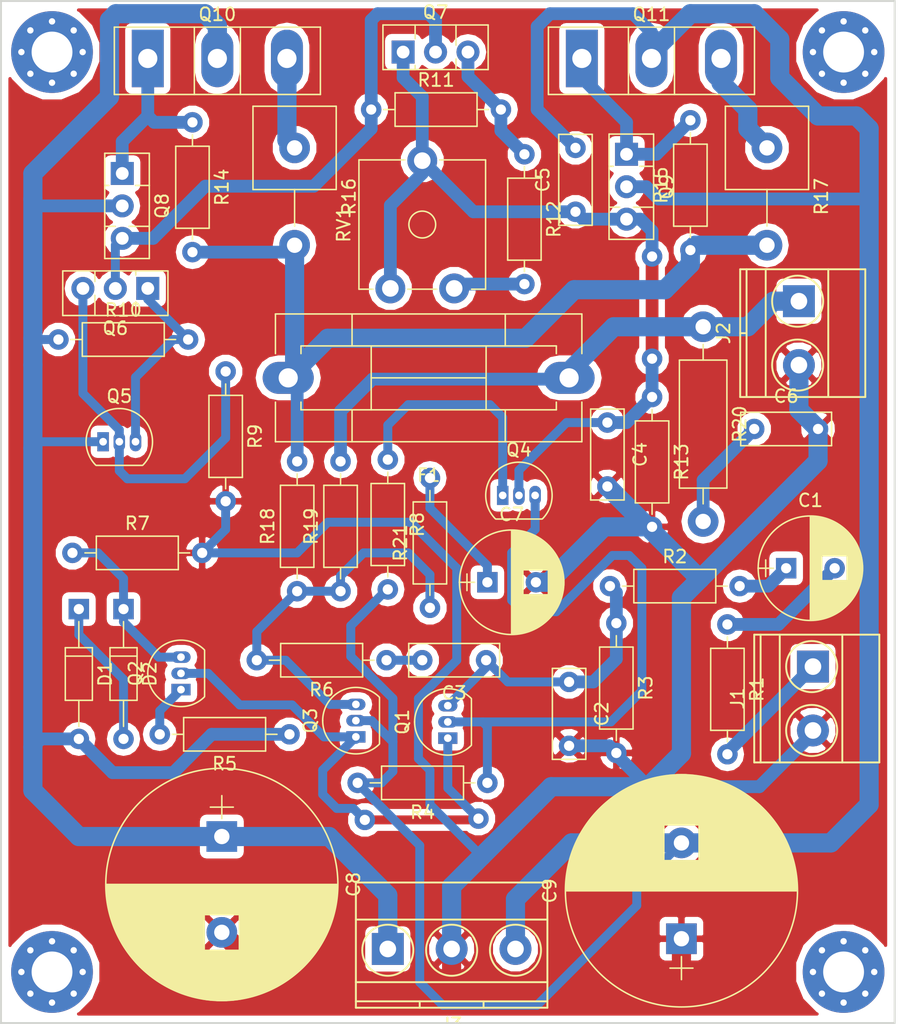
<source format=kicad_pcb>
(kicad_pcb (version 4) (host pcbnew 4.0.7)
  (layers (0 F.Cu signal) (31 B.Cu signal) (34 B.Paste user) (35 F.Paste user) (36 B.SilkS user) (37 F.SilkS user hide) (38 B.Mask user) (39 F.Mask user) (44 Edge.Cuts user))
  (net 0 "")
  (net 1 "Net-(C1-Pad1)")
  (net 2 "Net-(C1-Pad2)")
  (net 3 "Net-(C2-Pad1)")
  (net 4 GND)
  (net 5 "Net-(C3-Pad2)")
  (net 6 "Net-(C4-Pad1)")
  (net 7 "Net-(C5-Pad2)")
  (net 8 "Net-(C6-Pad1)")
  (net 9 "Net-(C7-Pad1)")
  (net 10 "Net-(C8-Pad1)")
  (net 11 "Net-(F1-Pad2)")
  (net 12 "Net-(F1-Pad1)")
  (net 13 "Net-(Q1-Pad2)")
  (net 14 "Net-(Q1-Pad1)")
  (net 15 "Net-(D2-Pad1)")
  (net 16 "Net-(Q2-Pad1)")
  (net 17 "Net-(Q3-Pad3)")
  (net 18 "Net-(Q4-Pad1)")
  (net 19 "Net-(Q5-Pad2)")
  (net 20 "Net-(Q5-Pad3)")
  (net 21 "Net-(Q6-Pad2)")
  (net 22 "Net-(Q7-Pad3)")
  (net 23 "Net-(Q10-Pad1)")
  (net 24 "Net-(Q11-Pad1)")
  (net 25 "Net-(R12-Pad2)")
  (net 26 "Net-(Q10-Pad3)")
  (net 27 "Net-(Q11-Pad3)")
  (net 28 "Net-(D1-Pad1)")
  (net 29 "Net-(J1-Pad1)")
  (module Resistors_THT:R_Axial_DIN0207_L6.3mm_D2.5mm_P10.16mm_Horizontal (layer F.Cu) (at 114.5 76.5)
    (fp_text reference R10 (at 5.08 -2.31) (layer F.SilkS))
    (fp_text value 100)
    (pad 1 thru_hole circle (at 0 0) (size 1.6 1.6) (drill 0.8) (layers *.Cu *.Mask) (net 10 "Net-(C8-Pad1)"))
    (pad 2 thru_hole oval (at 10.16 0) (size 1.6 1.6) (drill 0.8) (layers *.Cu *.Mask) (net 20 "Net-(Q5-Pad3)"))
  )
  (module Mounting_Holes:MountingHole_3.2mm_M3_Pad_Via (layer F.Cu) (at 176 54)
    (fp_text reference REF** hide)
    (fp_text value MountingHole_3.2mm_M3_Pad_Via hide)
    (pad 1 thru_hole circle (at 0 0) (size 6.4 6.4) (drill 3.2) (layers *.Cu *.Mask))
    (pad "" thru_hole circle (at 2.4 0) (size 0.8 0.8) (drill 0.5) (layers *.Cu *.Mask))
    (pad "" thru_hole circle (at 1.697056 1.697056) (size 0.8 0.8) (drill 0.5) (layers *.Cu *.Mask))
    (pad "" thru_hole circle (at 0 2.4) (size 0.8 0.8) (drill 0.5) (layers *.Cu *.Mask))
    (pad "" thru_hole circle (at -1.697056 1.697056) (size 0.8 0.8) (drill 0.5) (layers *.Cu *.Mask))
    (pad "" thru_hole circle (at -2.4 0) (size 0.8 0.8) (drill 0.5) (layers *.Cu *.Mask))
    (pad "" thru_hole circle (at -1.697056 -1.697056) (size 0.8 0.8) (drill 0.5) (layers *.Cu *.Mask))
    (pad "" thru_hole circle (at 0 -2.4) (size 0.8 0.8) (drill 0.5) (layers *.Cu *.Mask))
    (pad "" thru_hole circle (at 1.697056 -1.697056) (size 0.8 0.8) (drill 0.5) (layers *.Cu *.Mask))
  )
  (module Mounting_Holes:MountingHole_3.2mm_M3_Pad_Via (layer F.Cu) (at 176 126)
    (fp_text reference REF** hide)
    (fp_text value MountingHole_3.2mm_M3_Pad_Via hide)
    (pad 1 thru_hole circle (at 0 0) (size 6.4 6.4) (drill 3.2) (layers *.Cu *.Mask))
    (pad "" thru_hole circle (at 2.4 0) (size 0.8 0.8) (drill 0.5) (layers *.Cu *.Mask))
    (pad "" thru_hole circle (at 1.697056 1.697056) (size 0.8 0.8) (drill 0.5) (layers *.Cu *.Mask))
    (pad "" thru_hole circle (at 0 2.4) (size 0.8 0.8) (drill 0.5) (layers *.Cu *.Mask))
    (pad "" thru_hole circle (at -1.697056 1.697056) (size 0.8 0.8) (drill 0.5) (layers *.Cu *.Mask))
    (pad "" thru_hole circle (at -2.4 0) (size 0.8 0.8) (drill 0.5) (layers *.Cu *.Mask))
    (pad "" thru_hole circle (at -1.697056 -1.697056) (size 0.8 0.8) (drill 0.5) (layers *.Cu *.Mask))
    (pad "" thru_hole circle (at 0 -2.4) (size 0.8 0.8) (drill 0.5) (layers *.Cu *.Mask))
    (pad "" thru_hole circle (at 1.697056 -1.697056) (size 0.8 0.8) (drill 0.5) (layers *.Cu *.Mask))
  )
  (module Mounting_Holes:MountingHole_3.2mm_M3_Pad_Via (layer F.Cu) (at 114 126)
    (fp_text reference REF** hide)
    (fp_text value MountingHole_3.2mm_M3_Pad_Via hide)
    (pad 1 thru_hole circle (at 0 0) (size 6.4 6.4) (drill 3.2) (layers *.Cu *.Mask))
    (pad "" thru_hole circle (at 2.4 0) (size 0.8 0.8) (drill 0.5) (layers *.Cu *.Mask))
    (pad "" thru_hole circle (at 1.697056 1.697056) (size 0.8 0.8) (drill 0.5) (layers *.Cu *.Mask))
    (pad "" thru_hole circle (at 0 2.4) (size 0.8 0.8) (drill 0.5) (layers *.Cu *.Mask))
    (pad "" thru_hole circle (at -1.697056 1.697056) (size 0.8 0.8) (drill 0.5) (layers *.Cu *.Mask))
    (pad "" thru_hole circle (at -2.4 0) (size 0.8 0.8) (drill 0.5) (layers *.Cu *.Mask))
    (pad "" thru_hole circle (at -1.697056 -1.697056) (size 0.8 0.8) (drill 0.5) (layers *.Cu *.Mask))
    (pad "" thru_hole circle (at 0 -2.4) (size 0.8 0.8) (drill 0.5) (layers *.Cu *.Mask))
    (pad "" thru_hole circle (at 1.697056 -1.697056) (size 0.8 0.8) (drill 0.5) (layers *.Cu *.Mask))
  )
  (module Mounting_Holes:MountingHole_3.2mm_M3_Pad_Via (layer F.Cu) (at 114 54)
    (fp_text reference REF** hide)
    (fp_text value MountingHole_3.2mm_M3_Pad_Via hide)
    (pad 1 thru_hole circle (at 0 0) (size 6.4 6.4) (drill 3.2) (layers *.Cu *.Mask))
    (pad "" thru_hole circle (at 2.4 0) (size 0.8 0.8) (drill 0.5) (layers *.Cu *.Mask))
    (pad "" thru_hole circle (at 1.697056 1.697056) (size 0.8 0.8) (drill 0.5) (layers *.Cu *.Mask))
    (pad "" thru_hole circle (at 0 2.4) (size 0.8 0.8) (drill 0.5) (layers *.Cu *.Mask))
    (pad "" thru_hole circle (at -1.697056 1.697056) (size 0.8 0.8) (drill 0.5) (layers *.Cu *.Mask))
    (pad "" thru_hole circle (at -2.4 0) (size 0.8 0.8) (drill 0.5) (layers *.Cu *.Mask))
    (pad "" thru_hole circle (at -1.697056 -1.697056) (size 0.8 0.8) (drill 0.5) (layers *.Cu *.Mask))
    (pad "" thru_hole circle (at 0 -2.4) (size 0.8 0.8) (drill 0.5) (layers *.Cu *.Mask))
    (pad "" thru_hole circle (at 1.697056 -1.697056) (size 0.8 0.8) (drill 0.5) (layers *.Cu *.Mask))
  )
  (module Capacitors_THT:CP_Radial_D8.0mm_P3.80mm (layer F.Cu) (at 171.5 94.4)
    (fp_text reference C1 (at 1.9 -5.31) (layer F.SilkS))
    (fp_text value 10u_50V)
    (pad 1 thru_hole rect (at 0 0) (size 1.6 1.6) (drill 0.8) (layers *.Cu *.Mask) (net 1 "Net-(C1-Pad1)"))
    (pad 2 thru_hole circle (at 3.8 0) (size 1.6 1.6) (drill 0.8) (layers *.Cu *.Mask) (net 2 "Net-(C1-Pad2)"))
  )
  (module Capacitors_THT:C_Rect_L7.0mm_W2.5mm_P5.00mm (layer F.Cu) (at 154.5 103.3 270)
    (fp_text reference C2 (at 2.5 -2.56 270) (layer F.SilkS))
    (fp_text value 100p)
    (pad 1 thru_hole circle (at 0 0 270) (size 1.6 1.6) (drill 0.8) (layers *.Cu *.Mask) (net 3 "Net-(C2-Pad1)"))
    (pad 2 thru_hole circle (at 5 0 270) (size 1.6 1.6) (drill 0.8) (layers *.Cu *.Mask) (net 4 GND))
  )
  (module Capacitors_THT:C_Rect_L7.0mm_W2.5mm_P5.00mm (layer F.Cu) (at 148 101.6 180)
    (fp_text reference C3 (at 2.5 -2.56 180) (layer F.SilkS))
    (fp_text value 220p)
    (pad 1 thru_hole circle (at 0 0 180) (size 1.6 1.6) (drill 0.8) (layers *.Cu *.Mask) (net 3 "Net-(C2-Pad1)"))
    (pad 2 thru_hole circle (at 5 0 180) (size 1.6 1.6) (drill 0.8) (layers *.Cu *.Mask) (net 5 "Net-(C3-Pad2)"))
  )
  (module Capacitors_THT:C_Rect_L7.0mm_W2.5mm_P5.00mm (layer F.Cu) (at 157.5 83 270)
    (fp_text reference C4 (at 2.5 -2.56 270) (layer F.SilkS))
    (fp_text value 330p)
    (pad 1 thru_hole circle (at 0 0 270) (size 1.6 1.6) (drill 0.8) (layers *.Cu *.Mask) (net 6 "Net-(C4-Pad1)"))
    (pad 2 thru_hole circle (at 5 0 270) (size 1.6 1.6) (drill 0.8) (layers *.Cu *.Mask) (net 4 GND))
  )
  (module Capacitors_THT:C_Rect_L7.0mm_W2.5mm_P5.00mm (layer F.Cu) (at 155 66.5 90)
    (fp_text reference C5 (at 2.5 -2.56 90) (layer F.SilkS))
    (fp_text value 150p)
    (pad 1 thru_hole circle (at 0 0 90) (size 1.6 1.6) (drill 0.8) (layers *.Cu *.Mask) (net 6 "Net-(C4-Pad1)"))
    (pad 2 thru_hole circle (at 5 0 90) (size 1.6 1.6) (drill 0.8) (layers *.Cu *.Mask) (net 7 "Net-(C5-Pad2)"))
  )
  (module Capacitors_THT:C_Rect_L7.0mm_W2.5mm_P5.00mm (layer F.Cu) (at 169 83.5)
    (fp_text reference C6 (at 2.5 -2.56) (layer F.SilkS))
    (fp_text value 100n)
    (pad 1 thru_hole circle (at 0 0) (size 1.6 1.6) (drill 0.8) (layers *.Cu *.Mask) (net 8 "Net-(C6-Pad1)"))
    (pad 2 thru_hole circle (at 5 0) (size 1.6 1.6) (drill 0.8) (layers *.Cu *.Mask) (net 4 GND))
  )
  (module Capacitors_THT:CP_Radial_D8.0mm_P3.80mm (layer F.Cu) (at 148.1 95.5)
    (fp_text reference C7 (at 1.9 -5.31) (layer F.SilkS))
    (fp_text value 100u_6.3V)
    (pad 1 thru_hole rect (at 0 0) (size 1.6 1.6) (drill 0.8) (layers *.Cu *.Mask) (net 9 "Net-(C7-Pad1)"))
    (pad 2 thru_hole circle (at 3.8 0) (size 1.6 1.6) (drill 0.8) (layers *.Cu *.Mask) (net 4 GND))
  )
  (module Capacitors_THT:CP_Radial_D18.0mm_P7.50mm (layer F.Cu) (at 127.3 115.4 270)
    (fp_text reference C8 (at 3.75 -10.31 270) (layer F.SilkS))
    (fp_text value 1000u_63V)
    (pad 1 thru_hole rect (at 0 0 270) (size 2.4 2.4) (drill 1.2) (layers *.Cu *.Mask) (net 10 "Net-(C8-Pad1)"))
    (pad 2 thru_hole circle (at 7.5 0 270) (size 2.4 2.4) (drill 1.2) (layers *.Cu *.Mask) (net 4 GND))
  )
  (module Capacitors_THT:CP_Radial_D18.0mm_P7.50mm (layer F.Cu) (at 163.3 123.4 90)
    (fp_text reference C9 (at 3.75 -10.31 90) (layer F.SilkS))
    (fp_text value 1000u_63V)
    (pad 1 thru_hole rect (at 0 0 90) (size 2.4 2.4) (drill 1.2) (layers *.Cu *.Mask) (net 4 GND))
    (pad 2 thru_hole circle (at 7.5 0 90) (size 2.4 2.4) (drill 1.2) (layers *.Cu *.Mask) (net 7 "Net-(C5-Pad2)"))
  )
  (module Diodes_THT:D_DO-35_SOD27_P10.16mm_Horizontal (layer F.Cu) (at 116.1 97.6 270)
    (fp_text reference D1 (at 5.08 -2.06 270) (layer F.SilkS))
    (fp_text value 1N4148)
    (pad 1 thru_hole rect (at 0 0 270) (size 1.6 1.6) (drill 0.8) (layers *.Cu *.Mask) (net 28 "Net-(D1-Pad1)"))
    (pad 2 thru_hole oval (at 10.16 0 270) (size 1.6 1.6) (drill 0.8) (layers *.Cu *.Mask) (net 10 "Net-(C8-Pad1)"))
  )
  (module Diodes_THT:D_DO-35_SOD27_P10.16mm_Horizontal (layer F.Cu) (at 119.6 97.6 270)
    (fp_text reference D2 (at 5.08 -2.06 270) (layer F.SilkS))
    (fp_text value 1N4148)
    (pad 1 thru_hole rect (at 0 0 270) (size 1.6 1.6) (drill 0.8) (layers *.Cu *.Mask) (net 15 "Net-(D2-Pad1)"))
    (pad 2 thru_hole oval (at 10.16 0 270) (size 1.6 1.6) (drill 0.8) (layers *.Cu *.Mask) (net 28 "Net-(D1-Pad1)"))
  )
  (module Fuse_Holders_and_Fuses:Fuseholder5x20_horiz_SemiClosed_Casing10x25mm (layer F.Cu) (at 154.5 79.5 180)
    (fp_text reference F1 (at 11 -7.62 180) (layer F.SilkS))
    (fp_text value T4A)
    (pad 2 thru_hole oval (at 22 0 90) (size 2.5 4) (drill 1.5) (layers *.Cu *.Mask) (net 11 "Net-(F1-Pad2)"))
    (pad 1 thru_hole oval (at 0 0 90) (size 2.5 4) (drill 1.5) (layers *.Cu *.Mask) (net 12 "Net-(F1-Pad1)"))
  )
  (module TerminalBlock_Phoenix:TerminalBlock_Phoenix_MKDS1.5-2pol (layer F.Cu) (at 173.6 102.1 270)
    (fp_text reference J1 (at 2.5 5.9 270) (layer F.SilkS))
    (fp_text value In)
    (pad 1 thru_hole rect (at 0 0 270) (size 2.5 2.5) (drill 1.3) (layers *.Cu *.Mask) (net 29 "Net-(J1-Pad1)"))
    (pad 2 thru_hole circle (at 5 0 270) (size 2.5 2.5) (drill 1.3) (layers *.Cu *.Mask) (net 4 GND))
  )
  (module TerminalBlock_Phoenix:TerminalBlock_Phoenix_MKDS1.5-2pol (layer F.Cu) (at 172.5 73.5 270)
    (fp_text reference J2 (at 2.5 5.9 270) (layer F.SilkS))
    (fp_text value Out)
    (pad 1 thru_hole rect (at 0 0 270) (size 2.5 2.5) (drill 1.3) (layers *.Cu *.Mask) (net 12 "Net-(F1-Pad1)"))
    (pad 2 thru_hole circle (at 5 0 270) (size 2.5 2.5) (drill 1.3) (layers *.Cu *.Mask) (net 4 GND))
  )
  (module TerminalBlock_Phoenix:TerminalBlock_Phoenix_MKDS1.5-3pol (layer F.Cu) (at 140.3 124.2)
    (fp_text reference J3 (at 5 5.9) (layer F.SilkS))
    (fp_text value Power)
    (pad 3 thru_hole circle (at 10 0) (size 2.5 2.5) (drill 1.3) (layers *.Cu *.Mask) (net 7 "Net-(C5-Pad2)"))
    (pad 1 thru_hole rect (at 0 0) (size 2.5 2.5) (drill 1.3) (layers *.Cu *.Mask) (net 10 "Net-(C8-Pad1)"))
    (pad 2 thru_hole circle (at 5 0) (size 2.5 2.5) (drill 1.3) (layers *.Cu *.Mask) (net 4 GND))
  )
  (module TO_SOT_Packages_THT:TO-126_Vertical (layer F.Cu) (at 121.5 72.5 180)
    (fp_text reference Q6 (at 2.54 -3.12 180) (layer F.SilkS))
    (fp_text value 2SB631K)
    (pad 1 thru_hole rect (at 0 0 180) (size 1.8 1.8) (drill 1) (layers *.Cu *.Mask) (net 20 "Net-(Q5-Pad3)"))
    (pad 2 thru_hole oval (at 2.54 0 180) (size 1.8 1.8) (drill 1) (layers *.Cu *.Mask) (net 21 "Net-(Q6-Pad2)"))
    (pad 3 thru_hole oval (at 5.08 0 180) (size 1.8 1.8) (drill 1) (layers *.Cu *.Mask) (net 19 "Net-(Q5-Pad2)"))
  )
  (module TO_SOT_Packages_THT:TO-126_Vertical (layer F.Cu) (at 141.5 54)
    (fp_text reference Q7 (at 2.54 -3.12) (layer F.SilkS))
    (fp_text value 2SD600K)
    (pad 1 thru_hole rect (at 0 0) (size 1.8 1.8) (drill 1) (layers *.Cu *.Mask) (net 6 "Net-(C4-Pad1)"))
    (pad 2 thru_hole oval (at 2.54 0) (size 1.8 1.8) (drill 1) (layers *.Cu *.Mask) (net 21 "Net-(Q6-Pad2)"))
    (pad 3 thru_hole oval (at 5.08 0) (size 1.8 1.8) (drill 1) (layers *.Cu *.Mask) (net 22 "Net-(Q7-Pad3)"))
  )
  (module TO_SOT_Packages_THT:TO-126_Vertical (layer F.Cu) (at 119.5 63.5 270)
    (fp_text reference Q8 (at 2.54 -3.12 270) (layer F.SilkS))
    (fp_text value 2SD600K)
    (pad 1 thru_hole rect (at 0 0 270) (size 1.8 1.8) (drill 1) (layers *.Cu *.Mask) (net 23 "Net-(Q10-Pad1)"))
    (pad 2 thru_hole oval (at 2.54 0 270) (size 1.8 1.8) (drill 1) (layers *.Cu *.Mask) (net 10 "Net-(C8-Pad1)"))
    (pad 3 thru_hole oval (at 5.08 0 270) (size 1.8 1.8) (drill 1) (layers *.Cu *.Mask) (net 21 "Net-(Q6-Pad2)"))
  )
  (module TO_SOT_Packages_THT:TO-126_Vertical (layer F.Cu) (at 159 62 270)
    (fp_text reference Q9 (at 2.54 -3.12 270) (layer F.SilkS))
    (fp_text value 2SB631K)
    (pad 1 thru_hole rect (at 0 0 270) (size 1.8 1.8) (drill 1) (layers *.Cu *.Mask) (net 24 "Net-(Q11-Pad1)"))
    (pad 2 thru_hole oval (at 2.54 0 270) (size 1.8 1.8) (drill 1) (layers *.Cu *.Mask) (net 7 "Net-(C5-Pad2)"))
    (pad 3 thru_hole oval (at 5.08 0 270) (size 1.8 1.8) (drill 1) (layers *.Cu *.Mask) (net 6 "Net-(C4-Pad1)"))
  )
  (module TO_SOT_Packages_THT:TO-247_TO-3P_Vertical (layer F.Cu) (at 121.5 54.5)
    (fp_text reference Q10 (at 5.45 -3.45) (layer F.SilkS))
    (fp_text value 2SD1047)
    (pad 1 thru_hole rect (at 0 0) (size 2.5 4.5) (drill 1.5) (layers *.Cu *.Mask) (net 23 "Net-(Q10-Pad1)"))
    (pad 2 thru_hole oval (at 5.45 0) (size 2.5 4.5) (drill 1.5) (layers *.Cu *.Mask) (net 10 "Net-(C8-Pad1)"))
    (pad 3 thru_hole oval (at 10.9 0) (size 2.5 4.5) (drill 1.5) (layers *.Cu *.Mask) (net 26 "Net-(Q10-Pad3)"))
  )
  (module TO_SOT_Packages_THT:TO-247_TO-3P_Vertical (layer F.Cu) (at 155.5 54.5)
    (fp_text reference Q11 (at 5.45 -3.45) (layer F.SilkS))
    (fp_text value 2SB817)
    (pad 1 thru_hole rect (at 0 0) (size 2.5 4.5) (drill 1.5) (layers *.Cu *.Mask) (net 24 "Net-(Q11-Pad1)"))
    (pad 2 thru_hole oval (at 5.45 0) (size 2.5 4.5) (drill 1.5) (layers *.Cu *.Mask) (net 7 "Net-(C5-Pad2)"))
    (pad 3 thru_hole oval (at 10.9 0) (size 2.5 4.5) (drill 1.5) (layers *.Cu *.Mask) (net 27 "Net-(Q11-Pad3)"))
  )
  (module Resistors_THT:R_Axial_DIN0207_L6.3mm_D2.5mm_P10.16mm_Horizontal (layer F.Cu) (at 166.9 98.8 270)
    (fp_text reference R1 (at 5.08 -2.31 270) (layer F.SilkS))
    (fp_text value 470)
    (pad 1 thru_hole circle (at 0 0 270) (size 1.6 1.6) (drill 0.8) (layers *.Cu *.Mask) (net 2 "Net-(C1-Pad2)"))
    (pad 2 thru_hole oval (at 10.16 0 270) (size 1.6 1.6) (drill 0.8) (layers *.Cu *.Mask) (net 29 "Net-(J1-Pad1)"))
  )
  (module Resistors_THT:R_Axial_DIN0207_L6.3mm_D2.5mm_P10.16mm_Horizontal (layer F.Cu) (at 157.7 95.8)
    (fp_text reference R2 (at 5.08 -2.31) (layer F.SilkS))
    (fp_text value 560)
    (pad 1 thru_hole circle (at 0 0) (size 1.6 1.6) (drill 0.8) (layers *.Cu *.Mask) (net 3 "Net-(C2-Pad1)"))
    (pad 2 thru_hole oval (at 10.16 0) (size 1.6 1.6) (drill 0.8) (layers *.Cu *.Mask) (net 1 "Net-(C1-Pad1)"))
  )
  (module Resistors_THT:R_Axial_DIN0207_L6.3mm_D2.5mm_P10.16mm_Horizontal (layer F.Cu) (at 158.2 98.7 270)
    (fp_text reference R3 (at 5.08 -2.31 270) (layer F.SilkS))
    (fp_text value 47k)
    (pad 1 thru_hole circle (at 0 0 270) (size 1.6 1.6) (drill 0.8) (layers *.Cu *.Mask) (net 3 "Net-(C2-Pad1)"))
    (pad 2 thru_hole oval (at 10.16 0 270) (size 1.6 1.6) (drill 0.8) (layers *.Cu *.Mask) (net 4 GND))
  )
  (module Resistors_THT:R_Axial_DIN0207_L6.3mm_D2.5mm_P10.16mm_Horizontal (layer F.Cu) (at 148.1 111.2 180)
    (fp_text reference R4 (at 5.08 -2.31 180) (layer F.SilkS))
    (fp_text value 1k5)
    (pad 1 thru_hole circle (at 0 0 180) (size 1.6 1.6) (drill 0.8) (layers *.Cu *.Mask) (net 13 "Net-(Q1-Pad2)"))
    (pad 2 thru_hole oval (at 10.16 0 180) (size 1.6 1.6) (drill 0.8) (layers *.Cu *.Mask) (net 7 "Net-(C5-Pad2)"))
  )
  (module Resistors_THT:R_Axial_DIN0207_L6.3mm_D2.5mm_P10.16mm_Horizontal (layer F.Cu) (at 132.6 107.4 180)
    (fp_text reference R5 (at 5.08 -2.31 180) (layer F.SilkS))
    (fp_text value 470)
    (pad 1 thru_hole circle (at 0 0 180) (size 1.6 1.6) (drill 0.8) (layers *.Cu *.Mask) (net 10 "Net-(C8-Pad1)"))
    (pad 2 thru_hole oval (at 10.16 0 180) (size 1.6 1.6) (drill 0.8) (layers *.Cu *.Mask) (net 16 "Net-(Q2-Pad1)"))
  )
  (module Resistors_THT:R_Axial_DIN0207_L6.3mm_D2.5mm_P10.16mm_Horizontal (layer F.Cu) (at 140.2 101.6 180)
    (fp_text reference R6 (at 5.08 -2.31 180) (layer F.SilkS))
    (fp_text value 330)
    (pad 1 thru_hole circle (at 0 0 180) (size 1.6 1.6) (drill 0.8) (layers *.Cu *.Mask) (net 5 "Net-(C3-Pad2)"))
    (pad 2 thru_hole oval (at 10.16 0 180) (size 1.6 1.6) (drill 0.8) (layers *.Cu *.Mask) (net 17 "Net-(Q3-Pad3)"))
  )
  (module Resistors_THT:R_Axial_DIN0207_L6.3mm_D2.5mm_P10.16mm_Horizontal (layer F.Cu) (at 115.6 93.2)
    (fp_text reference R7 (at 5.08 -2.31) (layer F.SilkS))
    (fp_text value 6k8)
    (pad 1 thru_hole circle (at 0 0) (size 1.6 1.6) (drill 0.8) (layers *.Cu *.Mask) (net 15 "Net-(D2-Pad1)"))
    (pad 2 thru_hole oval (at 10.16 0) (size 1.6 1.6) (drill 0.8) (layers *.Cu *.Mask) (net 4 GND))
  )
  (module Resistors_THT:R_Axial_DIN0207_L6.3mm_D2.5mm_P10.16mm_Horizontal (layer F.Cu) (at 140.3 85.9 270)
    (fp_text reference R8 (at 5.08 -2.31 270) (layer F.SilkS))
    (fp_text value 47)
    (pad 1 thru_hole circle (at 0 0 270) (size 1.6 1.6) (drill 0.8) (layers *.Cu *.Mask) (net 18 "Net-(Q4-Pad1)"))
    (pad 2 thru_hole oval (at 10.16 0 270) (size 1.6 1.6) (drill 0.8) (layers *.Cu *.Mask) (net 7 "Net-(C5-Pad2)"))
  )
  (module Resistors_THT:R_Axial_DIN0207_L6.3mm_D2.5mm_P10.16mm_Horizontal (layer F.Cu) (at 127.6 79 270)
    (fp_text reference R9 (at 5.08 -2.31 270) (layer F.SilkS))
    (fp_text value 10k)
    (pad 1 thru_hole circle (at 0 0 270) (size 1.6 1.6) (drill 0.8) (layers *.Cu *.Mask) (net 19 "Net-(Q5-Pad2)"))
    (pad 2 thru_hole oval (at 10.16 0 270) (size 1.6 1.6) (drill 0.8) (layers *.Cu *.Mask) (net 4 GND))
  )
  (module Resistors_THT:R_Axial_DIN0207_L6.3mm_D2.5mm_P10.16mm_Horizontal (layer F.Cu) (at 139 58.5)
    (fp_text reference R11 (at 5.08 -2.31) (layer F.SilkS))
    (fp_text value 6k8)
    (pad 1 thru_hole circle (at 0 0) (size 1.6 1.6) (drill 0.8) (layers *.Cu *.Mask) (net 21 "Net-(Q6-Pad2)"))
    (pad 2 thru_hole oval (at 10.16 0) (size 1.6 1.6) (drill 0.8) (layers *.Cu *.Mask) (net 22 "Net-(Q7-Pad3)"))
  )
  (module Resistors_THT:R_Axial_DIN0207_L6.3mm_D2.5mm_P10.16mm_Horizontal (layer F.Cu) (at 151 62 270)
    (fp_text reference R12 (at 5.08 -2.31 270) (layer F.SilkS))
    (fp_text value 2k2)
    (pad 1 thru_hole circle (at 0 0 270) (size 1.6 1.6) (drill 0.8) (layers *.Cu *.Mask) (net 22 "Net-(Q7-Pad3)"))
    (pad 2 thru_hole oval (at 10.16 0 270) (size 1.6 1.6) (drill 0.8) (layers *.Cu *.Mask) (net 25 "Net-(R12-Pad2)"))
  )
  (module Resistors_THT:R_Axial_DIN0207_L6.3mm_D2.5mm_P10.16mm_Horizontal (layer F.Cu) (at 161 81 270)
    (fp_text reference R13 (at 5.08 -2.31 270) (layer F.SilkS))
    (fp_text value 33k)
    (pad 1 thru_hole circle (at 0 0 270) (size 1.6 1.6) (drill 0.8) (layers *.Cu *.Mask) (net 6 "Net-(C4-Pad1)"))
    (pad 2 thru_hole oval (at 10.16 0 270) (size 1.6 1.6) (drill 0.8) (layers *.Cu *.Mask) (net 4 GND))
  )
  (module Resistors_THT:R_Axial_DIN0207_L6.3mm_D2.5mm_P10.16mm_Horizontal (layer F.Cu) (at 125 59.5 270)
    (fp_text reference R14 (at 5.08 -2.31 270) (layer F.SilkS))
    (fp_text value 220)
    (pad 1 thru_hole circle (at 0 0 270) (size 1.6 1.6) (drill 0.8) (layers *.Cu *.Mask) (net 23 "Net-(Q10-Pad1)"))
    (pad 2 thru_hole oval (at 10.16 0 270) (size 1.6 1.6) (drill 0.8) (layers *.Cu *.Mask) (net 11 "Net-(F1-Pad2)"))
  )
  (module Resistors_THT:R_Axial_DIN0207_L6.3mm_D2.5mm_P10.16mm_Horizontal (layer F.Cu) (at 164 69.5 90)
    (fp_text reference R15 (at 5.08 -2.31 90) (layer F.SilkS))
    (fp_text value 220)
    (pad 1 thru_hole circle (at 0 0 90) (size 1.6 1.6) (drill 0.8) (layers *.Cu *.Mask) (net 11 "Net-(F1-Pad2)"))
    (pad 2 thru_hole oval (at 10.16 0 90) (size 1.6 1.6) (drill 0.8) (layers *.Cu *.Mask) (net 24 "Net-(Q11-Pad1)"))
  )
  (module Resistors_THT:R_Axial_Power_L20.0mm_W6.4mm_P7.62mm_Vertical (layer F.Cu) (at 133 61.5 270)
    (fp_text reference R16 (at 3.81 -4.26 270) (layer F.SilkS))
    (fp_text value 0R22)
    (pad 1 thru_hole circle (at 0 0 270) (size 2.4 2.4) (drill 1.2) (layers *.Cu *.Mask) (net 26 "Net-(Q10-Pad3)"))
    (pad 2 thru_hole oval (at 7.62 0 270) (size 2.4 2.4) (drill 1.2) (layers *.Cu *.Mask) (net 11 "Net-(F1-Pad2)"))
  )
  (module Resistors_THT:R_Axial_Power_L20.0mm_W6.4mm_P7.62mm_Vertical (layer F.Cu) (at 170 61.5 270)
    (fp_text reference R17 (at 3.81 -4.26 270) (layer F.SilkS))
    (fp_text value 0R22)
    (pad 1 thru_hole circle (at 0 0 270) (size 2.4 2.4) (drill 1.2) (layers *.Cu *.Mask) (net 27 "Net-(Q11-Pad3)"))
    (pad 2 thru_hole oval (at 7.62 0 270) (size 2.4 2.4) (drill 1.2) (layers *.Cu *.Mask) (net 11 "Net-(F1-Pad2)"))
  )
  (module Resistors_THT:R_Axial_DIN0207_L6.3mm_D2.5mm_P10.16mm_Horizontal (layer F.Cu) (at 133.2 96.2 90)
    (fp_text reference R18 (at 5.08 -2.31 90) (layer F.SilkS))
    (fp_text value 33k)
    (pad 1 thru_hole circle (at 0 0 90) (size 1.6 1.6) (drill 0.8) (layers *.Cu *.Mask) (net 17 "Net-(Q3-Pad3)"))
    (pad 2 thru_hole oval (at 10.16 0 90) (size 1.6 1.6) (drill 0.8) (layers *.Cu *.Mask) (net 11 "Net-(F1-Pad2)"))
  )
  (module Resistors_THT:R_Axial_DIN0207_L6.3mm_D2.5mm_P10.16mm_Horizontal (layer F.Cu) (at 136.6 96.2 90)
    (fp_text reference R19 (at 5.08 -2.31 90) (layer F.SilkS))
    (fp_text value 12k)
    (pad 1 thru_hole circle (at 0 0 90) (size 1.6 1.6) (drill 0.8) (layers *.Cu *.Mask) (net 17 "Net-(Q3-Pad3)"))
    (pad 2 thru_hole oval (at 10.16 0 90) (size 1.6 1.6) (drill 0.8) (layers *.Cu *.Mask) (net 12 "Net-(F1-Pad1)"))
  )
  (module Resistors_THT:R_Axial_DIN0411_L9.9mm_D3.6mm_P15.24mm_Horizontal (layer F.Cu) (at 165 75.5 270)
    (fp_text reference R20 (at 7.62 -2.86 270) (layer F.SilkS))
    (fp_text value "10 _1W")
    (pad 1 thru_hole circle (at 0 0 270) (size 2.4 2.4) (drill 1.2) (layers *.Cu *.Mask) (net 12 "Net-(F1-Pad1)"))
    (pad 2 thru_hole oval (at 15.24 0 270) (size 2.4 2.4) (drill 1.2) (layers *.Cu *.Mask) (net 8 "Net-(C6-Pad1)"))
  )
  (module Resistors_THT:R_Axial_DIN0207_L6.3mm_D2.5mm_P10.16mm_Horizontal (layer F.Cu) (at 143.6 97.5 90)
    (fp_text reference R21 (at 5.08 -2.31 90) (layer F.SilkS))
    (fp_text value 470)
    (pad 1 thru_hole circle (at 0 0 90) (size 1.6 1.6) (drill 0.8) (layers *.Cu *.Mask) (net 17 "Net-(Q3-Pad3)"))
    (pad 2 thru_hole oval (at 10.16 0 90) (size 1.6 1.6) (drill 0.8) (layers *.Cu *.Mask) (net 9 "Net-(C7-Pad1)"))
  )
  (module Potentiometers:Potentiometer_Trimmer_ACP_CA9v_Horizontal_Px10.0mm_Py5.0mm (layer F.Cu) (at 145.5 72.5 90)
    (fp_text reference RV1 (at 5 -8.65 90) (layer F.SilkS))
    (fp_text value 2k2)
    (pad 3 thru_hole circle (at 0 -5 90) (size 2.34 2.34) (drill 1.3) (layers *.Cu *.Mask) (net 6 "Net-(C4-Pad1)"))
    (pad 2 thru_hole circle (at 10 -2.5 90) (size 2.34 2.34) (drill 1.3) (layers *.Cu *.Mask) (net 6 "Net-(C4-Pad1)"))
    (pad 1 thru_hole circle (at 0 0 90) (size 2.34 2.34) (drill 1.3) (layers *.Cu *.Mask) (net 25 "Net-(R12-Pad2)"))
  )
  (module TO_SOT_Packages_THT:TO-92_Inline_Narrow_Oval (layer F.Cu) (at 145 107.7 90)
    (fp_text reference Q1 (at 1.27 -3.56 90) (layer F.SilkS))
    (fp_text value 2SA1016K)
    (pad 2 thru_hole oval (at 1.27 0 270) (size 0.9 1.5) (drill 0.6) (layers *.Cu *.Mask) (net 13 "Net-(Q1-Pad2)"))
    (pad 3 thru_hole oval (at 2.54 0 270) (size 0.9 1.5) (drill 0.6) (layers *.Cu *.Mask) (net 3 "Net-(C2-Pad1)"))
    (pad 1 thru_hole rect (at 0 0 270) (size 0.9 1.5) (drill 0.6) (layers *.Cu *.Mask) (net 14 "Net-(Q1-Pad1)"))
  )
  (module TO_SOT_Packages_THT:TO-92_Inline_Narrow_Oval (layer F.Cu) (at 124.1 103.9 90)
    (fp_text reference Q2 (at 1.27 -3.56 90) (layer F.SilkS))
    (fp_text value 2SA1016K)
    (pad 2 thru_hole oval (at 1.27 0 270) (size 0.9 1.5) (drill 0.6) (layers *.Cu *.Mask) (net 14 "Net-(Q1-Pad1)"))
    (pad 3 thru_hole oval (at 2.54 0 270) (size 0.9 1.5) (drill 0.6) (layers *.Cu *.Mask) (net 15 "Net-(D2-Pad1)"))
    (pad 1 thru_hole rect (at 0 0 270) (size 0.9 1.5) (drill 0.6) (layers *.Cu *.Mask) (net 16 "Net-(Q2-Pad1)"))
  )
  (module TO_SOT_Packages_THT:TO-92_Inline_Narrow_Oval (layer F.Cu) (at 137.8 107.6 90)
    (fp_text reference Q3 (at 1.27 -3.56 90) (layer F.SilkS))
    (fp_text value 2SA1016K)
    (pad 2 thru_hole oval (at 1.27 0 270) (size 0.9 1.5) (drill 0.6) (layers *.Cu *.Mask) (net 7 "Net-(C5-Pad2)"))
    (pad 3 thru_hole oval (at 2.54 0 270) (size 0.9 1.5) (drill 0.6) (layers *.Cu *.Mask) (net 17 "Net-(Q3-Pad3)"))
    (pad 1 thru_hole rect (at 0 0 270) (size 0.9 1.5) (drill 0.6) (layers *.Cu *.Mask) (net 14 "Net-(Q1-Pad1)"))
  )
  (module TO_SOT_Packages_THT:TO-92_Inline_Narrow_Oval (layer F.Cu) (at 149.3 88.7)
    (fp_text reference Q4 (at 1.27 -3.56) (layer F.SilkS))
    (fp_text value 2SC1941)
    (pad 2 thru_hole oval (at 1.27 0 180) (size 0.9 1.5) (drill 0.6) (layers *.Cu *.Mask) (net 6 "Net-(C4-Pad1)"))
    (pad 3 thru_hole oval (at 2.54 0 180) (size 0.9 1.5) (drill 0.6) (layers *.Cu *.Mask) (net 13 "Net-(Q1-Pad2)"))
    (pad 1 thru_hole rect (at 0 0 180) (size 0.9 1.5) (drill 0.6) (layers *.Cu *.Mask) (net 18 "Net-(Q4-Pad1)"))
  )
  (module TO_SOT_Packages_THT:TO-92_Inline_Narrow_Oval (layer F.Cu) (at 118 84.5)
    (fp_text reference Q5 (at 1.27 -3.56) (layer F.SilkS))
    (fp_text value 2SA1016K)
    (pad 2 thru_hole oval (at 1.27 0 180) (size 0.9 1.5) (drill 0.6) (layers *.Cu *.Mask) (net 19 "Net-(Q5-Pad2)"))
    (pad 3 thru_hole oval (at 2.54 0 180) (size 0.9 1.5) (drill 0.6) (layers *.Cu *.Mask) (net 20 "Net-(Q5-Pad3)"))
    (pad 1 thru_hole rect (at 0 0 180) (size 0.9 1.5) (drill 0.6) (layers *.Cu *.Mask) (net 10 "Net-(C8-Pad1)"))
  )
  (gr_line (start 110 50) (end 110 130) (angle 90) (layer Edge.Cuts) (width 0.15))
  (gr_line (start 180 50) (end 110 50) (angle 90) (layer Edge.Cuts) (width 0.15))
  (gr_line (start 180 130) (end 180 50) (angle 90) (layer Edge.Cuts) (width 0.15))
  (gr_line (start 110 130) (end 180 130) (angle 90) (layer Edge.Cuts) (width 0.15))
  (segment (start 167.86 95.8) (end 170.1 95.8) (width 1) (layer B.Cu) (net 1))
  (segment (start 170.1 95.8) (end 171.5 94.4) (width 1) (layer B.Cu) (net 1))
  (segment (start 166.9 98.8) (end 170.9 98.8) (width 1) (layer B.Cu) (net 2))
  (segment (start 170.9 98.8) (end 175.3 94.4) (width 1) (layer B.Cu) (net 2))
  (segment (start 154.5 103.3) (end 149.7 103.3) (width 0.7) (layer B.Cu) (net 3))
  (segment (start 149.7 103.3) (end 148 101.6) (width 0.7) (layer B.Cu) (net 3))
  (segment (start 154.5 103.3) (end 156.4 103.3) (width 1) (layer B.Cu) (net 3))
  (segment (start 158.2 101.5) (end 158.2 98.7) (width 1) (layer B.Cu) (net 3))
  (segment (start 156.4 103.3) (end 158.2 101.5) (width 1) (layer B.Cu) (net 3))
  (segment (start 148 101.6) (end 148 102.16) (width 0.7) (layer B.Cu) (net 3))
  (segment (start 148 102.16) (end 145 105.16) (width 0.7) (layer B.Cu) (net 3))
  (segment (start 158.2 98.7) (end 158.2 96.3) (width 1) (layer B.Cu) (net 3))
  (segment (start 158.2 96.3) (end 157.7 95.8) (width 1) (layer B.Cu) (net 3))
  (segment (start 143.6 111) (end 143.6 112.9) (width 0.7) (layer B.Cu) (net 4))
  (segment (start 133.2 93.2) (end 135.6 90.8) (width 0.7) (layer B.Cu) (net 4))
  (segment (start 135.6 90.8) (end 142.1 90.8) (width 0.7) (layer B.Cu) (net 4))
  (segment (start 142.1 90.8) (end 145.7 94.4) (width 0.7) (layer B.Cu) (net 4))
  (segment (start 145.7 94.4) (end 145.7 101.6) (width 0.7) (layer B.Cu) (net 4))
  (segment (start 145.7 101.6) (end 142.7 104.6) (width 0.7) (layer B.Cu) (net 4))
  (segment (start 142.7 104.6) (end 142.7 109.3) (width 0.7) (layer B.Cu) (net 4))
  (segment (start 142.7 109.3) (end 143.6 110.2) (width 0.7) (layer B.Cu) (net 4))
  (segment (start 143.6 110.2) (end 143.6 111) (width 0.7) (layer B.Cu) (net 4))
  (segment (start 125.76 93.2) (end 133.2 93.2) (width 0.7) (layer B.Cu) (net 4))
  (segment (start 143.6 112.9) (end 147.65 116.95) (width 0.7) (layer B.Cu) (net 4))
  (segment (start 161 91.16) (end 161 91.5) (width 1.5) (layer B.Cu) (net 4))
  (segment (start 161 91.5) (end 164.75 95.25) (width 1.5) (layer B.Cu) (net 4))
  (segment (start 127.6 89.16) (end 127.6 91.36) (width 0.7) (layer B.Cu) (net 4))
  (segment (start 127.6 91.36) (end 125.76 93.2) (width 0.7) (layer B.Cu) (net 4))
  (segment (start 161 91.16) (end 157.24 91.16) (width 1.5) (layer B.Cu) (net 4))
  (segment (start 152.9 95.5) (end 151.9 95.5) (width 1.5) (layer B.Cu) (net 4))
  (segment (start 157.24 91.16) (end 152.9 95.5) (width 1.5) (layer B.Cu) (net 4))
  (segment (start 161 91.16) (end 160.66 91.16) (width 1.5) (layer B.Cu) (net 4))
  (segment (start 160.66 91.16) (end 157.5 88) (width 1.5) (layer B.Cu) (net 4))
  (segment (start 154.5 108.3) (end 157.64 108.3) (width 1) (layer B.Cu) (net 4))
  (segment (start 157.64 108.3) (end 158.2 108.86) (width 1) (layer B.Cu) (net 4))
  (segment (start 145.3 128) (end 145.3 124.2) (width 1.5) (layer F.Cu) (net 4))
  (segment (start 127.3 122.9) (end 132.4 128) (width 1.5) (layer F.Cu) (net 4))
  (segment (start 163.3 126.1) (end 163.3 123.4) (width 1.5) (layer F.Cu) (net 4))
  (segment (start 161.4 128) (end 163.3 126.1) (width 1.5) (layer F.Cu) (net 4))
  (segment (start 132.4 128) (end 145.3 128) (width 1.5) (layer F.Cu) (net 4))
  (segment (start 145.3 128) (end 161.4 128) (width 1.5) (layer F.Cu) (net 4))
  (segment (start 173.6 107.1) (end 173.6 107.3) (width 1) (layer B.Cu) (net 4))
  (segment (start 173.6 107.3) (end 169.4 111.5) (width 1) (layer B.Cu) (net 4))
  (segment (start 169.4 111.5) (end 160.7 111.5) (width 1) (layer B.Cu) (net 4))
  (segment (start 158.2 108.86) (end 158.2 109) (width 1) (layer B.Cu) (net 4))
  (segment (start 158.2 109) (end 160.7 111.5) (width 1) (layer B.Cu) (net 4))
  (segment (start 172.5 78.5) (end 172.5 82) (width 1.5) (layer B.Cu) (net 4))
  (segment (start 172.5 82) (end 174 83.5) (width 1.5) (layer B.Cu) (net 4))
  (segment (start 157.5 88) (end 157.84 88) (width 1) (layer B.Cu) (net 4))
  (segment (start 145.3 124.2) (end 145.3 119.3) (width 1.5) (layer B.Cu) (net 4))
  (segment (start 145.3 119.3) (end 147.65 116.95) (width 1.5) (layer B.Cu) (net 4))
  (segment (start 153.1 111.5) (end 160.7 111.5) (width 1.5) (layer B.Cu) (net 4))
  (segment (start 147.65 116.95) (end 153.1 111.5) (width 1.5) (layer B.Cu) (net 4))
  (segment (start 174 86) (end 174 83.5) (width 1.5) (layer B.Cu) (net 4))
  (segment (start 163.3 96.7) (end 163.5 96.5) (width 1.5) (layer B.Cu) (net 4))
  (segment (start 163.5 96.5) (end 164.75 95.25) (width 1.5) (layer B.Cu) (net 4))
  (segment (start 164.75 95.25) (end 174 86) (width 1.5) (layer B.Cu) (net 4))
  (segment (start 163.3 108.9) (end 163.3 96.7) (width 1.5) (layer B.Cu) (net 4))
  (segment (start 160.7 111.5) (end 163.3 108.9) (width 1.5) (layer B.Cu) (net 4))
  (segment (start 173.6 107.1) (end 173.6 107.6) (width 1) (layer B.Cu) (net 4))
  (segment (start 163.3 123.4) (end 163.1 123.4) (width 1.5) (layer B.Cu) (net 4))
  (segment (start 140.2 101.6) (end 143 101.6) (width 0.7) (layer B.Cu) (net 5))
  (segment (start 150.57 88.7) (end 150.57 86.73) (width 0.7) (layer B.Cu) (net 6))
  (segment (start 154.3 83) (end 157.5 83) (width 0.7) (layer B.Cu) (net 6))
  (segment (start 150.57 86.73) (end 154.3 83) (width 0.7) (layer B.Cu) (net 6))
  (segment (start 161 81) (end 161 78) (width 1) (layer B.Cu) (net 6))
  (segment (start 160.08 67.08) (end 159 67.08) (width 1) (layer B.Cu) (net 6))
  (segment (start 161 68) (end 160.08 67.08) (width 1) (layer B.Cu) (net 6))
  (segment (start 161 70) (end 161 68) (width 1) (layer B.Cu) (net 6))
  (via (at 161 70) (size 1.6) (drill 0.8) (layers F.Cu B.Cu) (net 6))
  (segment (start 161 78) (end 161 70) (width 1) (layer F.Cu) (net 6))
  (via (at 161 78) (size 1.6) (drill 0.8) (layers F.Cu B.Cu) (net 6))
  (segment (start 157.5 83) (end 159 83) (width 1) (layer B.Cu) (net 6))
  (segment (start 159 83) (end 161 81) (width 1) (layer B.Cu) (net 6))
  (segment (start 155 66.5) (end 147 66.5) (width 1) (layer B.Cu) (net 6))
  (segment (start 147 66.5) (end 143 62.5) (width 1) (layer B.Cu) (net 6))
  (segment (start 159 67.08) (end 155.58 67.08) (width 1) (layer B.Cu) (net 6))
  (segment (start 155.58 67.08) (end 155 66.5) (width 1) (layer B.Cu) (net 6))
  (segment (start 143 62.5) (end 143 63.5) (width 1) (layer B.Cu) (net 6))
  (segment (start 143 63.5) (end 140.5 66) (width 1) (layer B.Cu) (net 6))
  (segment (start 140.5 66) (end 140.5 72.5) (width 1) (layer B.Cu) (net 6))
  (segment (start 141.5 54) (end 141.5 56) (width 1) (layer B.Cu) (net 6))
  (segment (start 141.5 56) (end 143 57.5) (width 1) (layer B.Cu) (net 6))
  (segment (start 143 57.5) (end 143 62.5) (width 1) (layer B.Cu) (net 6))
  (segment (start 140.3 96.06) (end 140.24 96.06) (width 0.7) (layer B.Cu) (net 7))
  (segment (start 140.24 96.06) (end 137.4 98.9) (width 0.7) (layer B.Cu) (net 7))
  (segment (start 137.4 98.9) (end 137.4 101.3) (width 0.7) (layer B.Cu) (net 7))
  (segment (start 137.4 101.3) (end 140.7 104.6) (width 0.7) (layer B.Cu) (net 7))
  (segment (start 140.7 104.6) (end 140.7 108) (width 0.7) (layer B.Cu) (net 7))
  (segment (start 137.94 111.2) (end 137.94 111.24) (width 0.7) (layer B.Cu) (net 7))
  (segment (start 137.94 111.24) (end 142.8 116.1) (width 0.7) (layer B.Cu) (net 7))
  (segment (start 159.8 119.4) (end 163.3 115.9) (width 0.7) (layer B.Cu) (net 7))
  (segment (start 159.8 120.8) (end 159.8 119.4) (width 0.7) (layer B.Cu) (net 7))
  (segment (start 152 128.6) (end 159.8 120.8) (width 0.7) (layer B.Cu) (net 7))
  (segment (start 144.6 128.6) (end 152 128.6) (width 0.7) (layer B.Cu) (net 7))
  (segment (start 142.8 126.8) (end 144.6 128.6) (width 0.7) (layer B.Cu) (net 7))
  (segment (start 142.8 116.1) (end 142.8 126.8) (width 0.7) (layer B.Cu) (net 7))
  (segment (start 137.8 106.33) (end 139.03 106.33) (width 0.7) (layer B.Cu) (net 7))
  (segment (start 139.8 111.2) (end 137.94 111.2) (width 0.7) (layer B.Cu) (net 7))
  (segment (start 140.7 110.3) (end 139.8 111.2) (width 0.7) (layer B.Cu) (net 7))
  (segment (start 140.7 108) (end 140.7 110.3) (width 0.7) (layer B.Cu) (net 7))
  (segment (start 139.03 106.33) (end 140.7 108) (width 0.7) (layer B.Cu) (net 7))
  (segment (start 150.3 124.2) (end 150.3 124.9) (width 0.7) (layer B.Cu) (net 7))
  (segment (start 163.3 115.9) (end 175 115.9) (width 1.5) (layer B.Cu) (net 7))
  (segment (start 175 115.9) (end 178 112.9) (width 1.5) (layer B.Cu) (net 7))
  (segment (start 178 112.9) (end 178 65.5) (width 1.5) (layer B.Cu) (net 7))
  (segment (start 150.3 124.2) (end 150.3 120.3) (width 1.5) (layer B.Cu) (net 7))
  (segment (start 150.3 120.3) (end 154.7 115.9) (width 1.5) (layer B.Cu) (net 7))
  (segment (start 154.7 115.9) (end 163.3 115.9) (width 1.5) (layer B.Cu) (net 7))
  (segment (start 178 65.5) (end 161.5 65.5) (width 1) (layer B.Cu) (net 7))
  (segment (start 161.5 65.5) (end 160.54 64.54) (width 1) (layer B.Cu) (net 7))
  (segment (start 160.54 64.54) (end 159 64.54) (width 1) (layer B.Cu) (net 7))
  (segment (start 155 61.5) (end 152 58.5) (width 1) (layer B.Cu) (net 7))
  (segment (start 159.5 51) (end 160.95 52.45) (width 1) (layer B.Cu) (net 7))
  (segment (start 153 51) (end 159.5 51) (width 1) (layer B.Cu) (net 7))
  (segment (start 152 52) (end 153 51) (width 1) (layer B.Cu) (net 7))
  (segment (start 152 58.5) (end 152 52) (width 1) (layer B.Cu) (net 7))
  (segment (start 160.95 52.45) (end 160.95 54.5) (width 1) (layer B.Cu) (net 7))
  (segment (start 160.95 54.5) (end 160.95 54.05) (width 1.5) (layer B.Cu) (net 7))
  (segment (start 160.95 54.05) (end 164 51) (width 1.5) (layer B.Cu) (net 7))
  (segment (start 178 60) (end 178 65.5) (width 1.5) (layer B.Cu) (net 7))
  (segment (start 177 59) (end 178 60) (width 1.5) (layer B.Cu) (net 7))
  (segment (start 174 59) (end 177 59) (width 1.5) (layer B.Cu) (net 7))
  (segment (start 171 56) (end 174 59) (width 1.5) (layer B.Cu) (net 7))
  (segment (start 171 53) (end 171 56) (width 1.5) (layer B.Cu) (net 7))
  (segment (start 169 51) (end 171 53) (width 1.5) (layer B.Cu) (net 7))
  (segment (start 164 51) (end 169 51) (width 1.5) (layer B.Cu) (net 7))
  (segment (start 165 90.74) (end 165 87.5) (width 1) (layer B.Cu) (net 8))
  (segment (start 165 87.5) (end 169 83.5) (width 1) (layer B.Cu) (net 8))
  (segment (start 148.1 95.5) (end 148.1 94.2) (width 0.7) (layer B.Cu) (net 9))
  (segment (start 143.6 89.7) (end 143.6 87.34) (width 0.7) (layer B.Cu) (net 9))
  (segment (start 148.1 94.2) (end 143.6 89.7) (width 0.7) (layer B.Cu) (net 9))
  (segment (start 132.6 107.4) (end 126.5 107.4) (width 1) (layer B.Cu) (net 10))
  (segment (start 118.74 110.4) (end 116.1 107.76) (width 1) (layer B.Cu) (net 10))
  (segment (start 123.5 110.4) (end 118.74 110.4) (width 1) (layer B.Cu) (net 10))
  (segment (start 126.5 107.4) (end 123.5 110.4) (width 1) (layer B.Cu) (net 10))
  (segment (start 116.1 107.76) (end 113.14 107.76) (width 1) (layer B.Cu) (net 10))
  (segment (start 113.14 107.76) (end 112.5 108.4) (width 1) (layer B.Cu) (net 10))
  (segment (start 127.3 115.4) (end 116.1 115.4) (width 1.5) (layer B.Cu) (net 10))
  (segment (start 112.5 111.8) (end 112.5 108.4) (width 1.5) (layer B.Cu) (net 10))
  (segment (start 112.5 108.4) (end 112.5 99.16) (width 1.5) (layer B.Cu) (net 10))
  (segment (start 116.1 115.4) (end 112.5 111.8) (width 1.5) (layer B.Cu) (net 10))
  (segment (start 140.3 124.2) (end 140.3 120) (width 1.5) (layer B.Cu) (net 10))
  (segment (start 135.7 115.4) (end 127.3 115.4) (width 1.5) (layer B.Cu) (net 10))
  (segment (start 140.3 120) (end 135.7 115.4) (width 1.5) (layer B.Cu) (net 10))
  (segment (start 114.5 76.5) (end 112.5 76.5) (width 0.7) (layer B.Cu) (net 10))
  (segment (start 112.8 76.4) (end 112.5 76.4) (width 0.7) (layer B.Cu) (net 10))
  (segment (start 112.6 76.4) (end 112.8 76.4) (width 0.7) (layer B.Cu) (net 10))
  (segment (start 112.5 76.5) (end 112.6 76.4) (width 0.7) (layer B.Cu) (net 10))
  (segment (start 118 84.5) (end 113 84.5) (width 0.7) (layer B.Cu) (net 10))
  (segment (start 113 84.5) (end 112.5 85) (width 0.7) (layer B.Cu) (net 10))
  (segment (start 119.5 66.04) (end 112.5 66.04) (width 1) (layer B.Cu) (net 10))
  (segment (start 112.5 66.04) (end 112.5 65.5) (width 1) (layer B.Cu) (net 10))
  (segment (start 112.5 99.16) (end 112.5 99) (width 1) (layer B.Cu) (net 10))
  (segment (start 112.5 99) (end 112.5 85) (width 1.5) (layer B.Cu) (net 10))
  (segment (start 112.5 85) (end 112.5 78.5) (width 1.5) (layer B.Cu) (net 10))
  (segment (start 112.5 78.5) (end 112.5 76.4) (width 1.5) (layer B.Cu) (net 10))
  (segment (start 112.5 76.4) (end 112.5 65.5) (width 1.5) (layer B.Cu) (net 10))
  (segment (start 112.5 65.5) (end 112.5 63.5) (width 1.5) (layer B.Cu) (net 10))
  (segment (start 112.5 63.5) (end 118.5 57.5) (width 1.5) (layer B.Cu) (net 10))
  (segment (start 118.5 57.5) (end 118.5 51.5) (width 1.5) (layer B.Cu) (net 10))
  (segment (start 118.5 51.5) (end 119 51) (width 1.5) (layer B.Cu) (net 10))
  (segment (start 119 51) (end 126 51) (width 1.5) (layer B.Cu) (net 10))
  (segment (start 126 51) (end 126.95 51.95) (width 1.5) (layer B.Cu) (net 10))
  (segment (start 126.95 51.95) (end 126.95 54.5) (width 1.5) (layer B.Cu) (net 10))
  (segment (start 170 69.12) (end 164.38 69.12) (width 1.5) (layer B.Cu) (net 11))
  (segment (start 164.38 69.12) (end 164 69.5) (width 1.5) (layer B.Cu) (net 11))
  (segment (start 164 69.5) (end 164 70.6) (width 1.5) (layer B.Cu) (net 11))
  (segment (start 164 70.6) (end 162 72.6) (width 1.5) (layer B.Cu) (net 11))
  (segment (start 162 72.6) (end 154.9 72.6) (width 1.5) (layer B.Cu) (net 11))
  (segment (start 154.9 72.6) (end 151.1 76.4) (width 1.5) (layer B.Cu) (net 11))
  (segment (start 151.1 76.4) (end 135.6 76.4) (width 1.5) (layer B.Cu) (net 11))
  (segment (start 135.6 76.4) (end 132.5 79.5) (width 1.5) (layer B.Cu) (net 11))
  (segment (start 133.2 86.04) (end 133.2 80.2) (width 1) (layer B.Cu) (net 11))
  (segment (start 133.2 80.2) (end 132.5 79.5) (width 1) (layer B.Cu) (net 11))
  (segment (start 133.1 85.94) (end 133.2 86.04) (width 1) (layer B.Cu) (net 11))
  (segment (start 164.38 69.12) (end 164 69.5) (width 1) (layer B.Cu) (net 11))
  (segment (start 125 69.66) (end 132.46 69.66) (width 1) (layer B.Cu) (net 11))
  (segment (start 132.46 69.66) (end 133 69.12) (width 1) (layer B.Cu) (net 11))
  (segment (start 133 69.12) (end 133 79) (width 1.5) (layer B.Cu) (net 11))
  (segment (start 133 79) (end 132.5 79.5) (width 1.5) (layer B.Cu) (net 11))
  (segment (start 165 75.5) (end 168.5 75.5) (width 1.5) (layer B.Cu) (net 12))
  (segment (start 170.5 73.5) (end 172.5 73.5) (width 1.5) (layer B.Cu) (net 12))
  (segment (start 168.5 75.5) (end 170.5 73.5) (width 1.5) (layer B.Cu) (net 12))
  (segment (start 154.5 79.5) (end 154.5 79) (width 1.5) (layer B.Cu) (net 12))
  (segment (start 154.5 79) (end 158 75.5) (width 1.5) (layer B.Cu) (net 12))
  (segment (start 158 75.5) (end 165 75.5) (width 1.5) (layer B.Cu) (net 12))
  (segment (start 136.6 86.04) (end 136.6 82.1) (width 1) (layer B.Cu) (net 12))
  (segment (start 136.6 82.1) (end 139.1 79.6) (width 1) (layer B.Cu) (net 12))
  (segment (start 139.1 79.6) (end 154.4 79.6) (width 1) (layer B.Cu) (net 12))
  (segment (start 154.4 79.6) (end 154.5 79.5) (width 1) (layer B.Cu) (net 12))
  (segment (start 151.84 88.7) (end 151.84 91.36) (width 0.7) (layer B.Cu) (net 13))
  (segment (start 157.77 106.43) (end 147.73 106.43) (width 0.7) (layer B.Cu) (net 13))
  (segment (start 160.2 104) (end 157.77 106.43) (width 0.7) (layer B.Cu) (net 13))
  (segment (start 160.2 94.4) (end 160.2 104) (width 0.7) (layer B.Cu) (net 13))
  (segment (start 159.2 93.4) (end 160.2 94.4) (width 0.7) (layer B.Cu) (net 13))
  (segment (start 157.9 93.4) (end 159.2 93.4) (width 0.7) (layer B.Cu) (net 13))
  (segment (start 153.5 97.8) (end 157.9 93.4) (width 0.7) (layer B.Cu) (net 13))
  (segment (start 150.9 97.8) (end 153.5 97.8) (width 0.7) (layer B.Cu) (net 13))
  (segment (start 150 96.9) (end 150.9 97.8) (width 0.7) (layer B.Cu) (net 13))
  (segment (start 150 93.2) (end 150 96.9) (width 0.7) (layer B.Cu) (net 13))
  (segment (start 151.84 91.36) (end 150 93.2) (width 0.7) (layer B.Cu) (net 13))
  (segment (start 148.1 111.2) (end 148.1 106.8) (width 0.7) (layer B.Cu) (net 13))
  (segment (start 147.73 106.43) (end 145 106.43) (width 0.7) (layer B.Cu) (net 13))
  (segment (start 148.1 106.8) (end 147.73 106.43) (width 0.7) (layer B.Cu) (net 13))
  (segment (start 145 107.7) (end 145 111.6) (width 0.7) (layer B.Cu) (net 14))
  (segment (start 135.2 110.2) (end 137.8 107.6) (width 0.7) (layer B.Cu) (net 14))
  (segment (start 135.2 112.1) (end 135.2 110.2) (width 0.7) (layer B.Cu) (net 14))
  (segment (start 136.3 113.2) (end 135.2 112.1) (width 0.7) (layer B.Cu) (net 14))
  (segment (start 137.6 113.2) (end 136.3 113.2) (width 0.7) (layer B.Cu) (net 14))
  (segment (start 138.5 114.1) (end 137.6 113.2) (width 0.7) (layer B.Cu) (net 14))
  (via (at 138.5 114.1) (size 1.6) (drill 0.8) (layers F.Cu B.Cu) (net 14))
  (segment (start 147.3 114.1) (end 138.5 114.1) (width 0.7) (layer F.Cu) (net 14))
  (segment (start 147.4 114) (end 147.3 114.1) (width 0.7) (layer F.Cu) (net 14))
  (via (at 147.4 114) (size 1.6) (drill 0.8) (layers F.Cu B.Cu) (net 14))
  (segment (start 145 111.6) (end 147.4 114) (width 0.7) (layer B.Cu) (net 14))
  (segment (start 137.8 107.6) (end 137.8 107.8) (width 0.7) (layer B.Cu) (net 14))
  (segment (start 137.8 107.6) (end 136.6 107.6) (width 0.7) (layer B.Cu) (net 14))
  (segment (start 136.6 107.6) (end 135.3 107.6) (width 0.7) (layer B.Cu) (net 14))
  (segment (start 126.23 102.63) (end 124.1 102.63) (width 0.7) (layer B.Cu) (net 14))
  (segment (start 128.7 105.1) (end 126.23 102.63) (width 0.7) (layer B.Cu) (net 14))
  (segment (start 132.8 105.1) (end 128.7 105.1) (width 0.7) (layer B.Cu) (net 14))
  (segment (start 135.3 107.6) (end 132.8 105.1) (width 0.7) (layer B.Cu) (net 14))
  (segment (start 115.6 93.2) (end 117.6 93.2) (width 0.7) (layer B.Cu) (net 15))
  (segment (start 119.6 95.2) (end 119.6 97.6) (width 0.7) (layer B.Cu) (net 15))
  (segment (start 117.6 93.2) (end 119.6 95.2) (width 0.7) (layer B.Cu) (net 15))
  (segment (start 119.6 97.6) (end 119.6 98.6) (width 0.7) (layer B.Cu) (net 15))
  (segment (start 122.36 101.36) (end 124.1 101.36) (width 0.7) (layer B.Cu) (net 15))
  (segment (start 119.6 98.6) (end 122.36 101.36) (width 0.7) (layer B.Cu) (net 15))
  (segment (start 122.44 107.4) (end 122.44 105.56) (width 0.7) (layer B.Cu) (net 16))
  (segment (start 122.44 105.56) (end 124.1 103.9) (width 0.7) (layer B.Cu) (net 16))
  (segment (start 143.6 97.5) (end 143.6 94.9) (width 0.7) (layer B.Cu) (net 17))
  (segment (start 136.6 95) (end 136.6 96.2) (width 0.7) (layer B.Cu) (net 17))
  (segment (start 138.4 93.2) (end 136.6 95) (width 0.7) (layer B.Cu) (net 17))
  (segment (start 141.9 93.2) (end 138.4 93.2) (width 0.7) (layer B.Cu) (net 17))
  (segment (start 143.6 94.9) (end 141.9 93.2) (width 0.7) (layer B.Cu) (net 17))
  (segment (start 136.6 96.2) (end 133.2 96.2) (width 0.7) (layer B.Cu) (net 17))
  (segment (start 130.04 101.6) (end 132.3 101.6) (width 0.7) (layer B.Cu) (net 17))
  (segment (start 135.76 105.06) (end 137.8 105.06) (width 0.7) (layer B.Cu) (net 17))
  (segment (start 132.3 101.6) (end 135.76 105.06) (width 0.7) (layer B.Cu) (net 17))
  (segment (start 130.04 101.6) (end 130.04 99.36) (width 0.7) (layer B.Cu) (net 17))
  (segment (start 130.04 99.36) (end 133.2 96.2) (width 0.7) (layer B.Cu) (net 17))
  (segment (start 140.3 85.9) (end 140.3 83.2) (width 0.7) (layer B.Cu) (net 18))
  (segment (start 149.3 82.6) (end 149.3 88.7) (width 0.7) (layer B.Cu) (net 18))
  (segment (start 148.3 81.6) (end 149.3 82.6) (width 0.7) (layer B.Cu) (net 18))
  (segment (start 141.9 81.6) (end 148.3 81.6) (width 0.7) (layer B.Cu) (net 18))
  (segment (start 140.3 83.2) (end 141.9 81.6) (width 0.7) (layer B.Cu) (net 18))
  (segment (start 149.3 88.1) (end 149.3 88.7) (width 0.7) (layer B.Cu) (net 18))
  (segment (start 119.27 84.5) (end 119.27 86.77) (width 0.7) (layer B.Cu) (net 19))
  (segment (start 127.6 84.2) (end 127.6 79) (width 0.7) (layer B.Cu) (net 19))
  (segment (start 124.4 87.4) (end 127.6 84.2) (width 0.7) (layer B.Cu) (net 19))
  (segment (start 119.9 87.4) (end 124.4 87.4) (width 0.7) (layer B.Cu) (net 19))
  (segment (start 119.27 86.77) (end 119.9 87.4) (width 0.7) (layer B.Cu) (net 19))
  (segment (start 119.27 84.5) (end 119.27 83.57) (width 0.7) (layer B.Cu) (net 19))
  (segment (start 116.42 80.72) (end 116.42 72.5) (width 0.7) (layer B.Cu) (net 19))
  (segment (start 119.27 83.57) (end 116.42 80.72) (width 0.7) (layer B.Cu) (net 19))
  (segment (start 124.66 76.5) (end 123.5 76.5) (width 0.7) (layer B.Cu) (net 20))
  (segment (start 120.54 79.46) (end 120.54 84.5) (width 0.7) (layer B.Cu) (net 20))
  (segment (start 123.5 76.5) (end 120.54 79.46) (width 0.7) (layer B.Cu) (net 20))
  (segment (start 121.5 72.5) (end 121.5 73.34) (width 0.7) (layer B.Cu) (net 20))
  (segment (start 121.5 73.34) (end 124.66 76.5) (width 0.7) (layer B.Cu) (net 20))
  (segment (start 118.96 72.5) (end 118.96 69.12) (width 0.7) (layer B.Cu) (net 21))
  (segment (start 118.96 69.12) (end 119.5 68.58) (width 0.7) (layer B.Cu) (net 21))
  (segment (start 119.46 68.62) (end 119.5 68.58) (width 0.7) (layer B.Cu) (net 21))
  (segment (start 139 58.5) (end 139 51.5) (width 1) (layer B.Cu) (net 21))
  (segment (start 144.04 51.54) (end 144.04 54) (width 1) (layer B.Cu) (net 21))
  (segment (start 143.5 51) (end 144.04 51.54) (width 1) (layer B.Cu) (net 21))
  (segment (start 139.5 51) (end 143.5 51) (width 1) (layer B.Cu) (net 21))
  (segment (start 139 51.5) (end 139.5 51) (width 1) (layer B.Cu) (net 21))
  (segment (start 119.5 68.58) (end 121.92 68.58) (width 1) (layer B.Cu) (net 21))
  (segment (start 139 60) (end 139 58.5) (width 1) (layer B.Cu) (net 21))
  (segment (start 134.5 64.5) (end 139 60) (width 1) (layer B.Cu) (net 21))
  (segment (start 126 64.5) (end 134.5 64.5) (width 1) (layer B.Cu) (net 21))
  (segment (start 121.92 68.58) (end 126 64.5) (width 1) (layer B.Cu) (net 21))
  (segment (start 149.16 58.5) (end 149.16 60.16) (width 1) (layer B.Cu) (net 22))
  (segment (start 149.16 60.16) (end 151 62) (width 1) (layer B.Cu) (net 22))
  (segment (start 146.58 54) (end 146.58 55.92) (width 1) (layer B.Cu) (net 22))
  (segment (start 146.58 55.92) (end 149.16 58.5) (width 1) (layer B.Cu) (net 22))
  (segment (start 119.5 63.5) (end 119.5 61) (width 1) (layer B.Cu) (net 23))
  (segment (start 119.5 61) (end 121.5 59) (width 1) (layer B.Cu) (net 23))
  (segment (start 125 59.5) (end 122 59.5) (width 1) (layer B.Cu) (net 23))
  (segment (start 121.5 59) (end 121.5 54.5) (width 1) (layer B.Cu) (net 23))
  (segment (start 122 59.5) (end 121.5 59) (width 1) (layer B.Cu) (net 23))
  (segment (start 159 62) (end 161.34 62) (width 1) (layer B.Cu) (net 24))
  (segment (start 161.34 62) (end 164 59.34) (width 1) (layer B.Cu) (net 24))
  (segment (start 155.5 54.5) (end 155.5 56) (width 1) (layer B.Cu) (net 24))
  (segment (start 155.5 56) (end 159 59.5) (width 1) (layer B.Cu) (net 24))
  (segment (start 159 59.5) (end 159 62) (width 1) (layer B.Cu) (net 24))
  (segment (start 151 72.16) (end 145.84 72.16) (width 1) (layer B.Cu) (net 25))
  (segment (start 145.84 72.16) (end 145.5 72.5) (width 1) (layer B.Cu) (net 25))
  (segment (start 132.4 54.5) (end 132.4 60.9) (width 1.5) (layer B.Cu) (net 26))
  (segment (start 132.4 60.9) (end 133 61.5) (width 1.5) (layer B.Cu) (net 26))
  (segment (start 166.4 54.5) (end 166.4 56.4) (width 1.5) (layer B.Cu) (net 27))
  (segment (start 166.4 56.4) (end 168.5 58.5) (width 1.5) (layer B.Cu) (net 27))
  (segment (start 168.5 58.5) (end 168.5 60) (width 1.5) (layer B.Cu) (net 27))
  (segment (start 168.5 60) (end 170 61.5) (width 1.5) (layer B.Cu) (net 27))
  (segment (start 116.1 97.6) (end 116.1 99.6) (width 0.7) (layer B.Cu) (net 28))
  (segment (start 119.6 103.1) (end 119.6 107.76) (width 0.7) (layer B.Cu) (net 28))
  (segment (start 116.1 99.6) (end 119.6 103.1) (width 0.7) (layer B.Cu) (net 28))
  (segment (start 166.9 108.96) (end 166.9 108.8) (width 1) (layer B.Cu) (net 29))
  (segment (start 166.9 108.8) (end 173.6 102.1) (width 1) (layer B.Cu) (net 29))
  (zone (net 4) (net_name GND) (layer F.Cu) (connect_pads (clearance 0.508)) (min_thickness 0.254) (fill yes (arc_segments 16) (thermal_gap 0.508) (thermal_bridge_width 0.508))
    (polygon (pts (xy 110.1 50) (xy 180 50) (xy 180 130) (xy 110 130) (xy 110 50.1)))
  )
)
</source>
